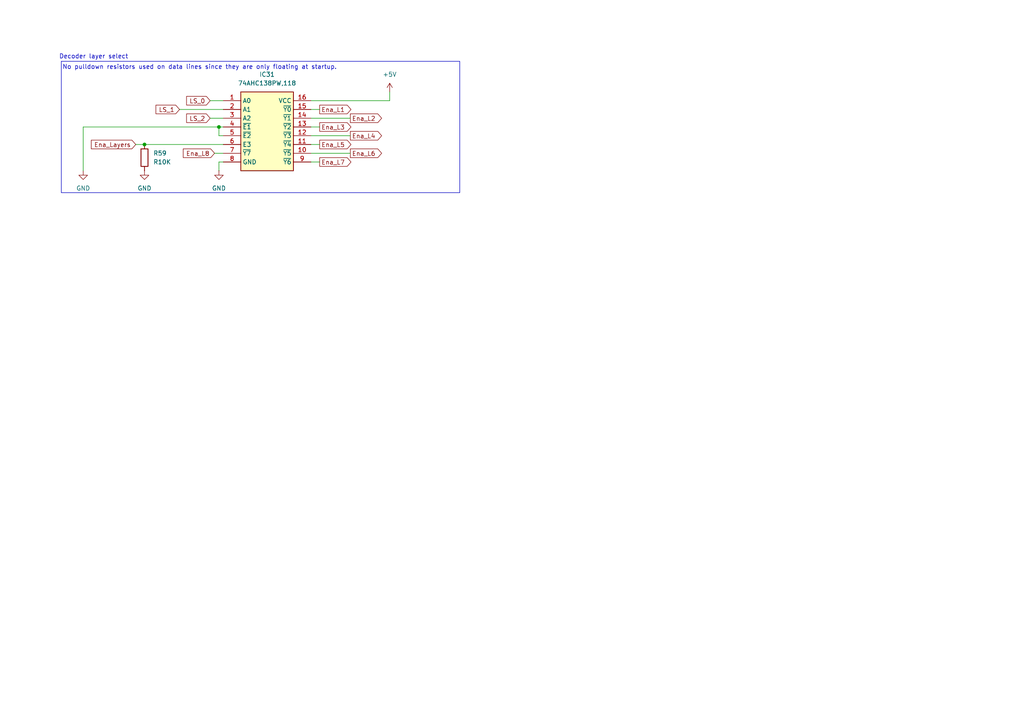
<source format=kicad_sch>
(kicad_sch (version 20250114) (generator "eeschema") (generator_version "9.0")
  (paper "A4")
  (title_block (title "8x8_Led_Cube") (rev "1") (company "Áuthor: Lars Molenschot"))
  (lib_symbols
    (symbol "Device:R" (pin_numbers (hide yes)) (pin_names (offset 0))
      (property "Reference" "R" (at 2.032 0 90))
      (property "Value" "R" (at 0 0 90))
      (symbol "R_0_1"
        (rectangle (start -1.016 -2.54) (end 1.016 2.54) (stroke (width 0.254)))
      )
      (symbol "R_1_1"
        (pin passive line (at 0 3.81 270) (length 1.27) (name "~") (number "1"))
        (pin passive line (at 0 -3.81 90) (length 1.27) (name "~") (number "2"))
      )
    )
    (symbol "SamacSys_Parts:74AHC138PW,118"
      (property "Reference" "IC" (at 21.59 7.62 0))
      (property "Value" "74AHC138PW,118" (at 21.59 5.08 0))
      (symbol "74AHC138PW,118_1_1"
        (rectangle (start 5.08 2.54) (end 20.32 -20.32) (stroke (width 0.254)) (fill (type background)))
        (pin passive line (at 0 0 0) (length 5.08) (name "A0") (number "1"))
        (pin passive line (at 0 -2.54 0) (length 5.08) (name "A1") (number "2"))
        (pin passive line (at 0 -5.08 0) (length 5.08) (name "A2") (number "3"))
        (pin passive line (at 0 -7.62 0) (length 5.08) (name "~{E1}") (number "4"))
        (pin passive line (at 0 -10.16 0) (length 5.08) (name "~{E2}") (number "5"))
        (pin passive line (at 0 -12.7 0) (length 5.08) (name "E3") (number "6"))
        (pin passive line (at 0 -15.24 0) (length 5.08) (name "~{Y7}") (number "7"))
        (pin passive line (at 0 -17.78 0) (length 5.08) (name "GND") (number "8"))
        (pin passive line (at 25.4 0 180) (length 5.08) (name "VCC") (number "16"))
        (pin passive line (at 25.4 -2.54 180) (length 5.08) (name "~{Y0}") (number "15"))
        (pin passive line (at 25.4 -5.08 180) (length 5.08) (name "~{Y1}") (number "14"))
        (pin passive line (at 25.4 -7.62 180) (length 5.08) (name "~{Y2}") (number "13"))
        (pin passive line (at 25.4 -10.16 180) (length 5.08) (name "~{Y3}") (number "12"))
        (pin passive line (at 25.4 -12.7 180) (length 5.08) (name "~{Y4}") (number "11"))
        (pin passive line (at 25.4 -15.24 180) (length 5.08) (name "~{Y5}") (number "10"))
        (pin passive line (at 25.4 -17.78 180) (length 5.08) (name "~{Y6}") (number "9"))
      )
    )
    (symbol "power:+5V" (power) (pin_numbers (hide yes)) (pin_names (offset 0) (hide yes))
      (property "Value" "+5V" (at 0 3.556 0))
      (symbol "+5V_0_1"
        (polyline (pts (xy -0.762 1.27) (xy 0 2.54)))
        (polyline (pts (xy 0 2.54) (xy 0.762 1.27)))
        (polyline (pts (xy 0 0) (xy 0 2.54)))
      )
      (symbol "+5V_1_1"
        (pin power_in line (at 0 0 90) (length 0) (name "~") (number "1"))
      )
    )
    (symbol "power:GND" (power) (pin_numbers (hide yes)) (pin_names (offset 0) (hide yes))
      (property "Value" "GND" (at 0 -3.81 0))
      (symbol "GND_0_1"
        (polyline (pts (xy 0 0) (xy 0 -1.27) (xy 1.27 -1.27) (xy 0 -2.54) (xy -1.27 -1.27) (xy 0 -1.27)))
      )
      (symbol "GND_1_1"
        (pin power_in line (at 0 0 270) (length 0) (name "~") (number "1"))
      )
    )
  )
  (rectangle (start 17.78 17.78) (end 133.35 55.88))
  (text "No pulldown resistors used on data lines since they are only floating at startup." (at 57.912 19.558 0) (effects (font (size 1.27 1.27))))
  (text "Decoder layer select" (at 27.178 16.51 0) (effects (font (size 1.27 1.27))))
  (junction (at 41.91 41.91))
  (junction (at 63.5 36.83))
  (wire (pts (xy 39.37 41.91) (xy 41.91 41.91)))
  (wire (pts (xy 63.5 46.99) (xy 64.77 46.99)))
  (wire (pts (xy 90.17 39.37) (xy 101.6 39.37)))
  (wire (pts (xy 90.17 41.91) (xy 92.71 41.91)))
  (wire (pts (xy 52.07 31.75) (xy 64.77 31.75)))
  (wire (pts (xy 90.17 46.99) (xy 92.71 46.99)))
  (wire (pts (xy 90.17 31.75) (xy 92.71 31.75)))
  (wire (pts (xy 24.13 36.83) (xy 63.5 36.83)))
  (wire (pts (xy 90.17 36.83) (xy 92.71 36.83)))
  (wire (pts (xy 113.03 26.67) (xy 113.03 29.21)))
  (wire (pts (xy 63.5 36.83) (xy 63.5 39.37)))
  (wire (pts (xy 41.91 41.91) (xy 64.77 41.91)))
  (wire (pts (xy 64.77 36.83) (xy 63.5 36.83)))
  (wire (pts (xy 24.13 49.53) (xy 24.13 36.83)))
  (wire (pts (xy 62.23 44.45) (xy 64.77 44.45)))
  (wire (pts (xy 60.96 29.21) (xy 64.77 29.21)))
  (wire (pts (xy 90.17 44.45) (xy 101.6 44.45)))
  (wire (pts (xy 63.5 39.37) (xy 64.77 39.37)))
  (wire (pts (xy 90.17 34.29) (xy 101.6 34.29)))
  (wire (pts (xy 60.96 34.29) (xy 64.77 34.29)))
  (wire (pts (xy 63.5 49.53) (xy 63.5 46.99)))
  (wire (pts (xy 113.03 29.21) (xy 90.17 29.21)))
  (global_label "Ena_L3" (shape output) (at 92.71 36.83 0) (property "Intersheetrefs" "${INTERSHEET_REFS}" (effects (hide yes))))
  (global_label "Ena_L8" (shape input) (at 62.23 44.45 180) (property "Intersheetrefs" "${INTERSHEET_REFS}" (effects (hide yes))))
  (global_label "LS_0" (shape input) (at 60.96 29.21 180) (property "Intersheetrefs" "${INTERSHEET_REFS}" (effects (hide yes))))
  (global_label "Ena_L5" (shape output) (at 92.71 41.91 0) (property "Intersheetrefs" "${INTERSHEET_REFS}" (effects (hide yes))))
  (global_label "Ena_L6" (shape output) (at 101.6 44.45 0) (property "Intersheetrefs" "${INTERSHEET_REFS}" (effects (hide yes))))
  (global_label "LS_2" (shape input) (at 60.96 34.29 180) (property "Intersheetrefs" "${INTERSHEET_REFS}" (effects (hide yes))))
  (global_label "Ena_L4" (shape output) (at 101.6 39.37 0) (property "Intersheetrefs" "${INTERSHEET_REFS}" (effects (hide yes))))
  (global_label "Ena_Layers" (shape input) (at 39.37 41.91 180) (property "Intersheetrefs" "${INTERSHEET_REFS}" (effects (hide yes))))
  (global_label "LS_1" (shape input) (at 52.07 31.75 180) (property "Intersheetrefs" "${INTERSHEET_REFS}" (effects (hide yes))))
  (global_label "Ena_L1" (shape output) (at 92.71 31.75 0) (property "Intersheetrefs" "${INTERSHEET_REFS}" (effects (hide yes))))
  (global_label "Ena_L7" (shape output) (at 92.71 46.99 0) (property "Intersheetrefs" "${INTERSHEET_REFS}" (effects (hide yes))))
  (global_label "Ena_L2" (shape output) (at 101.6 34.29 0) (property "Intersheetrefs" "${INTERSHEET_REFS}" (effects (hide yes))))
  (symbol (lib_id "SamacSys_Parts:74AHC138PW,118") (at 64.77 29.21 0) (unit 1)
    (property "Reference" "IC31" (at 77.47 21.59 0))
    (property "Value" "74AHC138PW,118" (at 77.47 24.13 0))
    (property "Footprint" "SOP65P640X110-16N" (effects (hide yes)))
    (property "Datasheet" "https://componentsearchengine.com/Datasheets/1/74AHC138PW,118.pdf" (effects (hide yes)))
    (property "Description" "74AHC(T)138 - 3-to-8 line decoder/demultiplexer; inverting@en-us" (effects (hide yes)))
    (property "Height" "1.1" (effects (hide yes)))
    (property "Mouser Part Number" "771-AHC138PW118" (effects (hide yes)))
    (property "Mouser Price/Stock" "https://www.mouser.com/Search/Refine.aspx?Keyword=771-AHC138PW118" (effects (hide yes)))
    (property "Manufacturer_Name" "Nexperia" (effects (hide yes)))
    (property "Manufacturer_Part_Number" "74AHC138PW,118" (effects (hide yes)))
  )
  (symbol (lib_id "power:GND") (at 63.5 49.53 0) (unit 1)
    (property "Reference" "#PWR0159" (effects (hide yes)))
    (property "Value" "GND" (at 63.5 54.61 0))
    (property "Description" "Power symbol creates a global label with name \"GND\" , ground" (effects (hide yes)))
  )
  (symbol (lib_id "power:GND") (at 41.91 49.53 0) (unit 1)
    (property "Reference" "#PWR0158" (effects (hide yes)))
    (property "Value" "GND" (at 41.91 54.61 0))
    (property "Description" "Power symbol creates a global label with name \"GND\" , ground" (effects (hide yes)))
  )
  (symbol (lib_id "power:+5V") (at 113.03 26.67 0) (unit 1)
    (property "Reference" "#PWR0160" (effects (hide yes)))
    (property "Value" "+5V" (at 113.03 21.59 0))
    (property "Description" "Power symbol creates a global label with name \"+5V\"" (effects (hide yes)))
  )
  (symbol (lib_id "Device:R") (at 41.91 45.72 0) (unit 1)
    (property "Reference" "R59" (at 44.45 44.4499 0) (effects (justify left)))
    (property "Value" "R10K" (at 44.45 46.9899 0) (effects (justify left)))
    (property "Description" "Resistor" (effects (hide yes)))
  )
  (symbol (lib_id "power:GND") (at 24.13 49.53 0) (unit 1)
    (property "Reference" "#PWR0157" (effects (hide yes)))
    (property "Value" "GND" (at 24.13 54.61 0))
    (property "Description" "Power symbol creates a global label with name \"GND\" , ground" (effects (hide yes)))
  )
)
</source>
